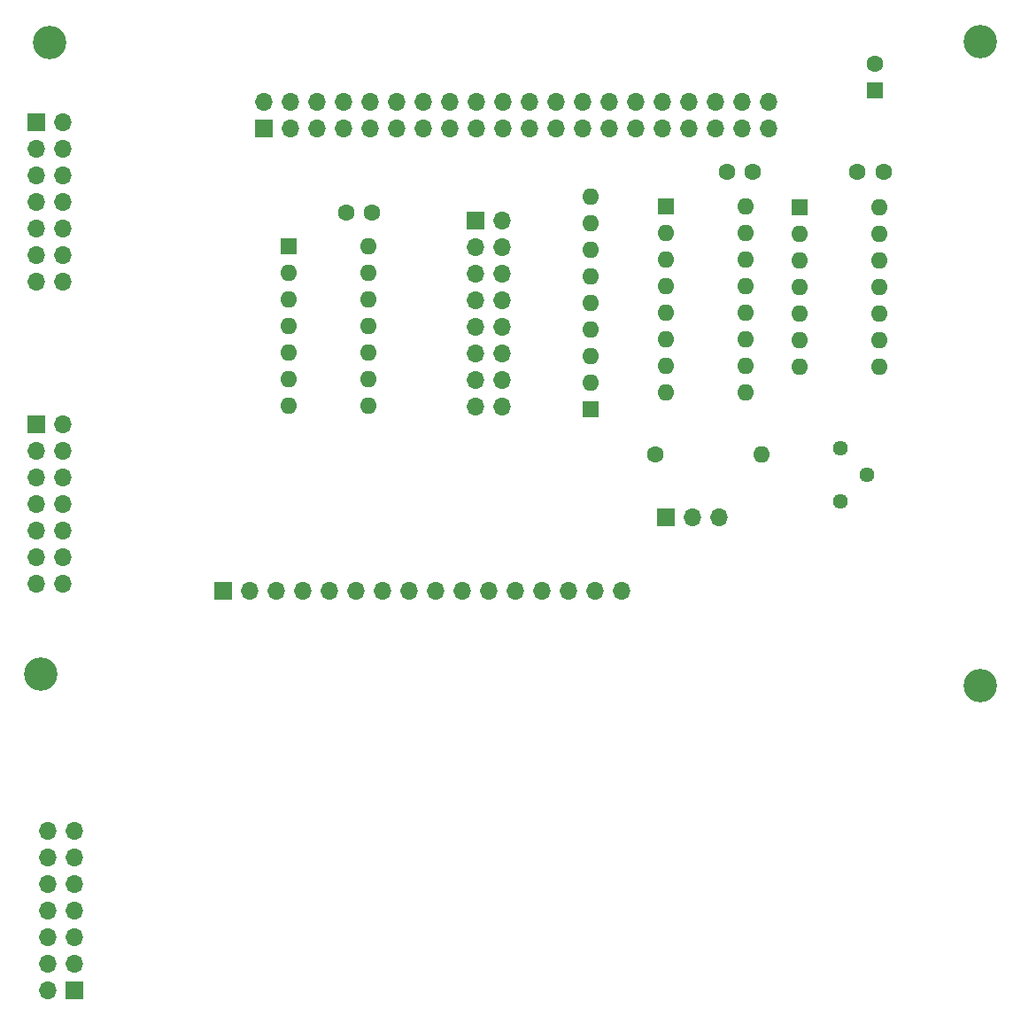
<source format=gts>
G04 #@! TF.GenerationSoftware,KiCad,Pcbnew,(7.0.0-0)*
G04 #@! TF.CreationDate,2023-03-24T11:35:07+09:00*
G04 #@! TF.ProjectId,K68-SC1602,4b36382d-5343-4313-9630-322e6b696361,rev?*
G04 #@! TF.SameCoordinates,PX5f5e100PY8f0d180*
G04 #@! TF.FileFunction,Soldermask,Top*
G04 #@! TF.FilePolarity,Negative*
%FSLAX46Y46*%
G04 Gerber Fmt 4.6, Leading zero omitted, Abs format (unit mm)*
G04 Created by KiCad (PCBNEW (7.0.0-0)) date 2023-03-24 11:35:07*
%MOMM*%
%LPD*%
G01*
G04 APERTURE LIST*
%ADD10R,1.600000X1.600000*%
%ADD11O,1.600000X1.600000*%
%ADD12R,1.700000X1.700000*%
%ADD13O,1.700000X1.700000*%
%ADD14C,1.600000*%
%ADD15C,3.200000*%
%ADD16C,1.440000*%
G04 APERTURE END LIST*
D10*
X57249999Y60324999D03*
D11*
X57249999Y62864999D03*
X57249999Y65404999D03*
X57249999Y67944999D03*
X57249999Y70484999D03*
X57249999Y73024999D03*
X57249999Y75564999D03*
X57249999Y78104999D03*
X57249999Y80644999D03*
D12*
X64444999Y50024999D03*
D13*
X66984999Y50024999D03*
X69524999Y50024999D03*
D14*
X82750000Y83000000D03*
X85250000Y83000000D03*
D15*
X94480000Y33910000D03*
X5500000Y95420000D03*
D16*
X81100000Y51500000D03*
X83640000Y54040000D03*
X81100000Y56580000D03*
D14*
X63445000Y56025000D03*
D11*
X73604999Y56024999D03*
D14*
X70250000Y83000000D03*
X72750000Y83000000D03*
D10*
X84389999Y90849499D03*
D14*
X84390000Y93349500D03*
D12*
X4219999Y87779999D03*
D13*
X6759999Y87779999D03*
X4219999Y85239999D03*
X6759999Y85239999D03*
X4219999Y82699999D03*
X6759999Y82699999D03*
X4219999Y80159999D03*
X6759999Y80159999D03*
X4219999Y77619999D03*
X6759999Y77619999D03*
X4219999Y75079999D03*
X6759999Y75079999D03*
X4219999Y72539999D03*
X6759999Y72539999D03*
D10*
X28379999Y75899999D03*
D11*
X28379999Y73359999D03*
X28379999Y70819999D03*
X28379999Y68279999D03*
X28379999Y65739999D03*
X28379999Y63199999D03*
X28379999Y60659999D03*
X35999999Y60659999D03*
X35999999Y63199999D03*
X35999999Y65739999D03*
X35999999Y68279999D03*
X35999999Y70819999D03*
X35999999Y73359999D03*
X35999999Y75899999D03*
D12*
X46259999Y78339999D03*
D13*
X48799999Y78339999D03*
X46259999Y75799999D03*
X48799999Y75799999D03*
X46259999Y73259999D03*
X48799999Y73259999D03*
X46259999Y70719999D03*
X48799999Y70719999D03*
X46259999Y68179999D03*
X48799999Y68179999D03*
X46259999Y65639999D03*
X48799999Y65639999D03*
X46259999Y63099999D03*
X48799999Y63099999D03*
X46259999Y60559999D03*
X48799999Y60559999D03*
D15*
X94490000Y95490000D03*
D10*
X64449999Y79699999D03*
D11*
X64449999Y77159999D03*
X64449999Y74619999D03*
X64449999Y72079999D03*
X64449999Y69539999D03*
X64449999Y66999999D03*
X64449999Y64459999D03*
X64449999Y61919999D03*
X72069999Y61919999D03*
X72069999Y64459999D03*
X72069999Y66999999D03*
X72069999Y69539999D03*
X72069999Y72079999D03*
X72069999Y74619999D03*
X72069999Y77159999D03*
X72069999Y79699999D03*
D15*
X4700000Y35050000D03*
D12*
X22069999Y42969999D03*
D13*
X24609999Y42969999D03*
X27149999Y42969999D03*
X29689999Y42969999D03*
X32229999Y42969999D03*
X34769999Y42969999D03*
X37309999Y42969999D03*
X39849999Y42969999D03*
X42389999Y42969999D03*
X44929999Y42969999D03*
X47469999Y42969999D03*
X50009999Y42969999D03*
X52549999Y42969999D03*
X55089999Y42969999D03*
X57629999Y42969999D03*
X60169999Y42969999D03*
D12*
X26019999Y87159999D03*
D13*
X26019999Y89699999D03*
X28559999Y87159999D03*
X28559999Y89699999D03*
X31099999Y87159999D03*
X31099999Y89699999D03*
X33639999Y87159999D03*
X33639999Y89699999D03*
X36179999Y87159999D03*
X36179999Y89699999D03*
X38719999Y87159999D03*
X38719999Y89699999D03*
X41259999Y87159999D03*
X41259999Y89699999D03*
X43799999Y87159999D03*
X43799999Y89699999D03*
X46339999Y87159999D03*
X46339999Y89699999D03*
X48879999Y87159999D03*
X48879999Y89699999D03*
X51419999Y87159999D03*
X51419999Y89699999D03*
X53959999Y87159999D03*
X53959999Y89699999D03*
X56499999Y87159999D03*
X56499999Y89699999D03*
X59039999Y87159999D03*
X59039999Y89699999D03*
X61579999Y87159999D03*
X61579999Y89699999D03*
X64119999Y87159999D03*
X64119999Y89699999D03*
X66659999Y87159999D03*
X66659999Y89699999D03*
X69199999Y87159999D03*
X69199999Y89699999D03*
X71739999Y87159999D03*
X71739999Y89699999D03*
X74279999Y87159999D03*
X74279999Y89699999D03*
D12*
X4219999Y58909999D03*
D13*
X6759999Y58909999D03*
X4219999Y56369999D03*
X6759999Y56369999D03*
X4219999Y53829999D03*
X6759999Y53829999D03*
X4219999Y51289999D03*
X6759999Y51289999D03*
X4219999Y48749999D03*
X6759999Y48749999D03*
X4219999Y46209999D03*
X6759999Y46209999D03*
X4219999Y43669999D03*
X6759999Y43669999D03*
D14*
X33850000Y79100000D03*
X36350000Y79100000D03*
D10*
X77199999Y79624999D03*
D11*
X77199999Y77084999D03*
X77199999Y74544999D03*
X77199999Y72004999D03*
X77199999Y69464999D03*
X77199999Y66924999D03*
X77199999Y64384999D03*
X84819999Y64384999D03*
X84819999Y66924999D03*
X84819999Y69464999D03*
X84819999Y72004999D03*
X84819999Y74544999D03*
X84819999Y77084999D03*
X84819999Y79624999D03*
D12*
X7869999Y4749999D03*
D13*
X5329999Y4749999D03*
X7869999Y7289999D03*
X5329999Y7289999D03*
X7869999Y9829999D03*
X5329999Y9829999D03*
X7869999Y12369999D03*
X5329999Y12369999D03*
X7869999Y14909999D03*
X5329999Y14909999D03*
X7869999Y17449999D03*
X5329999Y17449999D03*
X7869999Y19989999D03*
X5329999Y19989999D03*
M02*

</source>
